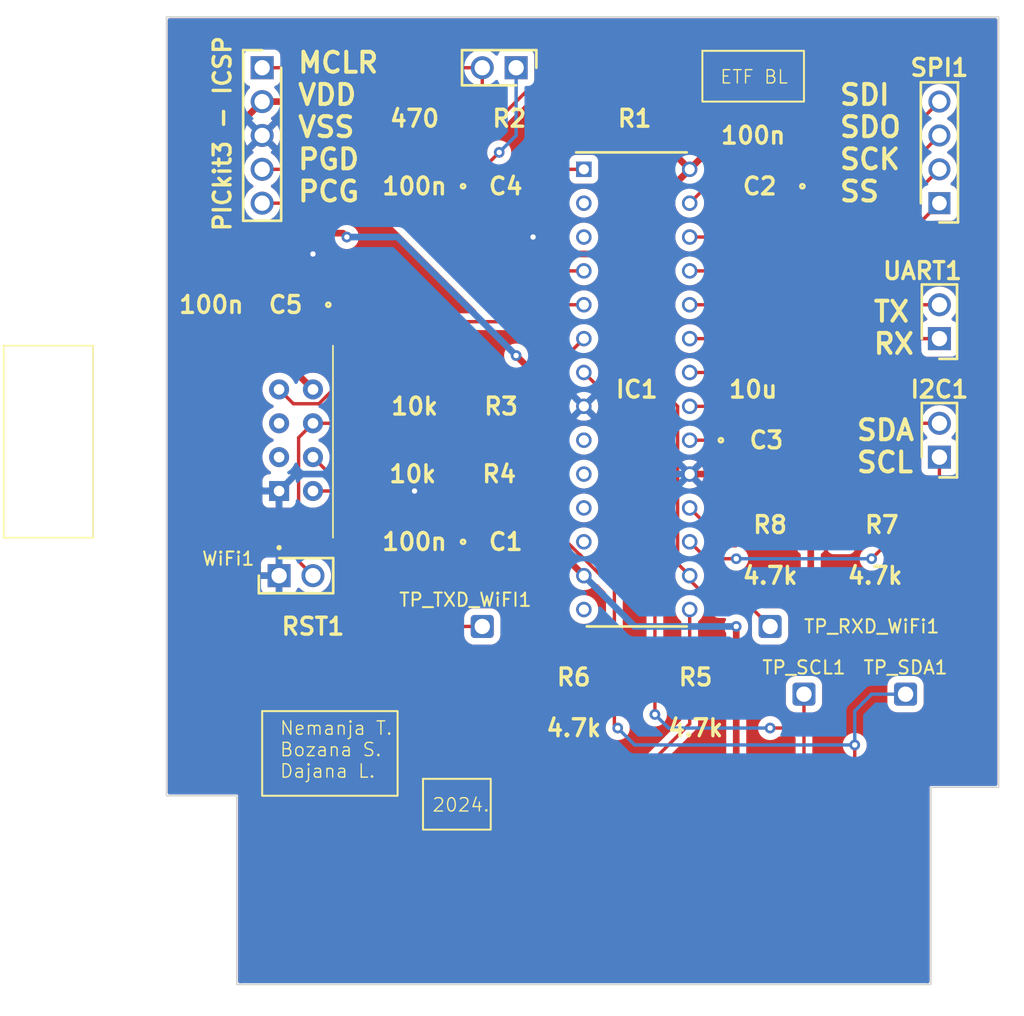
<source format=kicad_pcb>
(kicad_pcb (version 20221018) (generator pcbnew)
  (layers (0 "F.Cu" signal) (31 "B.Cu" signal) (34 "B.Paste" user) (35 "F.Paste" user) (36 "B.SilkS" user "B.Silkscreen") (37 "F.SilkS" user "F.Silkscreen") (38 "B.Mask" user) (39 "F.Mask" user) (44 "Edge.Cuts" user))
  (net 0 "")
  (net 1 "GND")
  (net 2 "VDD")
  (net 3 "Net-(IC1-VSS_2)")
  (net 4 "Net-(IC1-VCAP{slash}VDDCORE)")
  (net 5 "Net-(J19-Pin_1)")
  (net 6 "Net-(IC1-~{MCLR})")
  (net 9 "Net-(IC1-PGD1{slash}EMUD1{slash}AN2{slash}C2IN-{slash}RP0{slash}CN4{slash}RB0)")
  (net 10 "Net-(IC1-PGC1{slash}EMUC1{slash}AN3{slash}C2IN+{slash}RP1{slash}CN5{slash}RB1)")
  (net 11 "Net-(IC1-AN4{slash}C1IN-{slash}RP2{slash}SDA2{slash}CN6{slash}RB2)")
  (net 12 "Net-(IC1-AN5{slash}C1IN+{slash}RP3{slash}SCL2{slash}CN7{slash}RB3)")
  (net 18 "Net-(IC1-PGC3{slash}EMUC3{slash}RP6{slash}ASCL1{slash}CN24{slash}PMD6{slash}RB6)")
  (net 19 "Net-(IC1-RP7{slash}INT0{slash}CN23{slash}PMD5{slash}RB7)")
  (net 20 "/RX")
  (net 21 "/TX")
  (net 22 "/SS")
  (net 23 "/SCK")
  (net 24 "/SDO")
  (net 25 "/SDI")
  (net 26 "Net-(J1-Pin_1)")
  (net 27 "Net-(RST1-Pin_2)")
  (net 28 "Net-(WiFi1-EN)")
  (net 31 "/SCL_1")
  (net 32 "/SDA_1")
  (footprint "RES_10k:RESC6432X120N" (layer "F.Cu") (at 124.46 90.17 180)
    (fp_text reference "R4" (at 0 0) (layer "F.SilkS") (effects (font (size 1.27 1.27) (thickness 0.254))))
    (fp_text value "10k" (at 6.49 0) (layer "F.SilkS") (effects (font (size 1.27 1.27) (thickness 0.254))))
    (pad "1" smd rect (at -2.4 0 180) (size 2.4 3.4) (layers "F.Cu" "F.Paste" "F.Mask") (net 2 "VDD"))
    (pad "2" smd rect (at 2.4 0 180) (size 2.4 3.4) (layers "F.Cu" "F.Paste" "F.Mask") (net 28 "Net-(WiFi1-EN)"))
  )
  (footprint "RES_4k7:RESC6432X65N" (layer "F.Cu") (at 144.78 93.98 180)
    (fp_text reference "R8" (at 0 0) (layer "F.SilkS") (effects (font (size 1.27 1.27) (thickness 0.254))))
    (fp_text value "4.7k" (at 0 -3.81 180) (layer "F.SilkS") (effects (font (size 1.27 1.27) (thickness 0.254))))
    (pad "1" smd rect (at -3.05 0 180) (size 1.1 3.4) (layers "F.Cu" "F.Paste" "F.Mask") (net 2 "VDD"))
    (pad "2" smd rect (at 3.05 0 180) (size 1.1 3.4) (layers "F.Cu" "F.Paste" "F.Mask") (net 32 "/SDA_1"))
  )
  (footprint "PIC24FJ64GA002:DIP794W56P254L3486H508Q28N" (layer "F.Cu") (at 134.779 83.82)
    (fp_text reference "IC1" (at 0 0) (layer "F.SilkS") (effects (font (size 1.27 1.27) (thickness 0.254))))
    (fp_text value "PIC24FJ64GA002-I_SP" hide)
    (fp_line (start -4.548 -17.78) (end 3.746 -17.78) (stroke (width 0.2)) (layer "F.SilkS"))
    (fp_line (start -3.746 17.78) (end 3.746 17.78) (stroke (width 0.2)) (layer "F.SilkS"))
    (pad "1" thru_hole rect (at -3.969 -16.51) (size 1.159 1.159) (drill 0.759) (layers "*.Cu" "*.Mask") (net 6 "Net-(IC1-~{MCLR})"))
    (pad "2" thru_hole circle (at -3.969 -13.97) (size 1.159 1.159) (drill 0.759) (layers "*.Cu" "*.Mask"))
    (pad "3" thru_hole circle (at -3.969 -11.43) (size 1.159 1.159) (drill 0.759) (layers "*.Cu" "*.Mask"))
    (pad "4" thru_hole circle (at -3.969 -8.89) (size 1.159 1.159) (drill 0.759) (layers "*.Cu" "*.Mask") (net 9 "Net-(IC1-PGD1{slash}EMUD1{slash}AN2{slash}C2IN-{slash}RP0{slash}CN4{slash}RB0)"))
    (pad "5" thru_hole circle (at -3.969 -6.35) (size 1.159 1.159) (drill 0.759) (layers "*.Cu" "*.Mask") (net 10 "Net-(IC1-PGC1{slash}EMUC1{slash}AN3{slash}C2IN+{slash}RP1{slash}CN5{slash}RB1)"))
    (pad "6" thru_hole circle (at -3.969 -3.81) (size 1.159 1.159) (drill 0.759) (layers "*.Cu" "*.Mask") (net 11 "Net-(IC1-AN4{slash}C1IN-{slash}RP2{slash}SDA2{slash}CN6{slash}RB2)"))
    (pad "7" thru_hole circle (at -3.969 -1.27) (size 1.159 1.159) (drill 0.759) (layers "*.Cu" "*.Mask") (net 12 "Net-(IC1-AN5{slash}C1IN+{slash}RP3{slash}SCL2{slash}CN7{slash}RB3)"))
    (pad "8" thru_hole circle (at -3.969 1.27) (size 1.159 1.159) (drill 0.759) (layers "*.Cu" "*.Mask") (net 1 "GND"))
    (pad "9" thru_hole circle (at -3.969 3.81) (size 1.159 1.159) (drill 0.759) (layers "*.Cu" "*.Mask"))
    (pad "10" thru_hole circle (at -3.969 6.35) (size 1.159 1.159) (drill 0.759) (layers "*.Cu" "*.Mask"))
    (pad "11" thru_hole circle (at -3.969 8.89) (size 1.159 1.159) (drill 0.759) (layers "*.Cu" "*.Mask"))
    (pad "12" thru_hole circle (at -3.969 11.43) (size 1.159 1.159) (drill 0.759) (layers "*.Cu" "*.Mask"))
    (pad "13" thru_hole circle (at -3.969 13.97) (size 1.159 1.159) (drill 0.759) (layers "*.Cu" "*.Mask") (net 2 "VDD"))
    (pad "14" thru_hole circle (at -3.969 16.51) (size 1.159 1.159) (drill 0.759) (layers "*.Cu" "*.Mask"))
    (pad "15" thru_hole circle (at 3.969 16.51) (size 1.159 1.159) (drill 0.759) (layers "*.Cu" "*.Mask") (net 18 "Net-(IC1-PGC3{slash}EMUC3{slash}RP6{slash}ASCL1{slash}CN24{slash}PMD6{slash}RB6)"))
    (pad "16" thru_hole circle (at 3.969 13.97) (size 1.159 1.159) (drill 0.759) (layers "*.Cu" "*.Mask") (net 19 "Net-(IC1-RP7{slash}INT0{slash}CN23{slash}PMD5{slash}RB7)"))
    (pad "17" thru_hole circle (at 3.969 11.43) (size 1.159 1.159) (drill 0.759) (layers "*.Cu" "*.Mask") (net 31 "/SCL_1"))
    (pad "18" thru_hole circle (at 3.969 8.89) (size 1.159 1.159) (drill 0.759) (layers "*.Cu" "*.Mask") (net 32 "/SDA_1"))
    (pad "19" thru_hole circle (at 3.969 6.35) (size 1.159 1.159) (drill 0.759) (layers "*.Cu" "*.Mask") (net 1 "GND"))
    (pad "20" thru_hole circle (at 3.969 3.81) (size 1.159 1.159) (drill 0.759) (layers "*.Cu" "*.Mask") (net 4 "Net-(IC1-VCAP{slash}VDDCORE)"))
    (pad "21" thru_hole circle (at 3.969 1.27) (size 1.159 1.159) (drill 0.759) (layers "*.Cu" "*.Mask") (net 20 "/RX"))
    (pad "22" thru_hole circle (at 3.969 -1.27) (size 1.159 1.159) (drill 0.759) (layers "*.Cu" "*.Mask") (net 21 "/TX"))
    (pad "23" thru_hole circle (at 3.969 -3.81) (size 1.159 1.159) (drill 0.759) (layers "*.Cu" "*.Mask") (net 22 "/SS"))
    (pad "24" thru_hole circle (at 3.969 -6.35) (size 1.159 1.159) (drill 0.759) (layers "*.Cu" "*.Mask") (net 23 "/SCK"))
    (pad "25" thru_hole circle (at 3.969 -8.89) (size 1.159 1.159) (drill 0.759) (layers "*.Cu" "*.Mask") (net 24 "/SDO"))
    (pad "26" thru_hole circle (at 3.969 -11.43) (size 1.159 1.159) (drill 0.759) (layers "*.Cu" "*.Mask") (net 25 "/SDI"))
    (pad "27" thru_hole circle (at 3.969 -13.97) (size 1.159 1.159) (drill 0.759) (layers "*.Cu" "*.Mask") (net 3 "Net-(IC1-VSS_2)"))
    (pad "28" thru_hole circle (at 3.969 -16.51) (size 1.159 1.159) (drill 0.759) (layers "*.Cu" "*.Mask") (net 2 "VDD"))
  )
  (footprint "RES_4k7:RESC6432X65N" (layer "F.Cu") (at 153.16 93.98)
    (fp_text reference "R7" (at 0 0) (layer "F.SilkS") (effects (font (size 1.27 1.27) (thickness 0.254))))
    (fp_text value "4.7k" (at -0.51 3.81) (layer "F.SilkS") (effects (font (size 1.27 1.27) (thickness 0.254))))
    (pad "1" smd rect (at -3.05 0) (size 1.1 3.4) (layers "F.Cu" "F.Paste" "F.Mask") (net 2 "VDD"))
    (pad "2" smd rect (at 3.05 0) (size 1.1 3.4) (layers "F.Cu" "F.Paste" "F.Mask") (net 31 "/SCL_1"))
  )
  (footprint "Connector_Wire:SolderWire-0.1sqmm_1x01_D0.4mm_OD1mm" (layer "F.Cu") (at 144.78 101.6)
    (fp_text reference "TP_RXD_WiFi1" (at 7.62 0) (layer "F.SilkS"))
    (fp_text value "Conn_01x01_Pin" hide)
    (pad "1" thru_hole roundrect (at 0 0) (size 1.725 1.725) (drill 1.15) (layers "*.Cu" "*.Mask") (roundrect_rratio 0.15625) (net 19 "Net-(IC1-RP7{slash}INT0{slash}CN23{slash}PMD5{slash}RB7)"))
  )
  (footprint "P_4_HEADER:HDRV4W64P0X254_1X4_1016X254X889P" (layer "F.Cu") (at 157.48 69.85 90)
    (fp_text reference "SPI1" (at 10.16 0 180) (layer "F.SilkS") (effects (font (size 1.27 1.27) (thickness 0.254))))
    (fp_text value "Conn_01x04_Pin" hide)
    (fp_line (start -1.445 0) (end -1.445 1.395) (stroke (width 0.2)) (layer "F.SilkS"))
    (fp_line (start -1.445 1.395) (end 9.065 1.395) (stroke (width 0.2)) (layer "F.SilkS"))
    (fp_line (start 9.065 -1.395) (end 0 -1.395) (stroke (width 0.2)) (layer "F.SilkS"))
    (fp_line (start 9.065 1.395) (end 9.065 -1.395) (stroke (width 0.2)) (layer "F.SilkS"))
    (pad "1" thru_hole rect (at 0 0 90) (size 1.65 1.65) (drill 1.1) (layers "*.Cu" "*.Mask") (net 22 "/SS"))
    (pad "2" thru_hole circle (at 2.54 0 90) (size 1.65 1.65) (drill 1.1) (layers "*.Cu" "*.Mask") (net 23 "/SCK"))
    (pad "3" thru_hole circle (at 5.08 0 90) (size 1.65 1.65) (drill 1.1) (layers "*.Cu" "*.Mask") (net 24 "/SDO"))
    (pad "4" thru_hole circle (at 7.62 0 90) (size 1.65 1.65) (drill 1.1) (layers "*.Cu" "*.Mask") (net 25 "/SDI"))
  )
  (footprint "CAP_0.1uF:C1812" (layer "F.Cu") (at 144 68.58 180)
    (fp_text reference "C2" (at 0 0) (layer "F.SilkS") (effects (font (size 1.27 1.27) (thickness 0.254))))
    (fp_text value "100n" (at 0.49 3.81 180) (layer "F.SilkS") (effects (font (size 1.27 1.27) (thickness 0.254))))
    (fp_circle (center -3.2 0) (end -3.2 0.05) (stroke (width 0.2)) (fill none) (layer "F.SilkS"))
    (pad "1" smd rect (at -2.05 0 180) (size 1.4 3.5) (layers "F.Cu" "F.Paste" "F.Mask") (net 2 "VDD"))
    (pad "2" smd rect (at 2.05 0 180) (size 1.4 3.5) (layers "F.Cu" "F.Paste" "F.Mask") (net 3 "Net-(IC1-VSS_2)"))
  )
  (footprint "RES_10k:RESC6432X120N" (layer "F.Cu") (at 124.6 85.09 180)
    (fp_text reference "R3" (at 0 0) (layer "F.SilkS") (effects (font (size 1.27 1.27) (thickness 0.254))))
    (fp_text value "10k" (at 6.49 0) (layer "F.SilkS") (effects (font (size 1.27 1.27) (thickness 0.254))))
    (pad "1" smd rect (at -2.4 0 180) (size 2.4 3.4) (layers "F.Cu" "F.Paste" "F.Mask") (net 2 "VDD"))
    (pad "2" smd rect (at 2.4 0 180) (size 2.4 3.4) (layers "F.Cu" "F.Paste" "F.Mask") (net 27 "Net-(RST1-Pin_2)"))
  )
  (footprint "P_2_HEADER:HDRV2W66P0X254_1X2_508X254X874P" (layer "F.Cu") (at 157.48 88.9 90)
    (fp_text reference "I2C1" (at 5.08 0 180) (layer "F.SilkS") (effects (font (size 1.27 1.27) (thickness 0.254))))
    (fp_text value "Conn_01x02_Pin" hide)
    (fp_line (start -1.52 0) (end -1.52 1.32) (stroke (width 0.2)) (layer "F.SilkS"))
    (fp_line (start -1.52 1.32) (end 4.06 1.32) (stroke (width 0.2)) (layer "F.SilkS"))
    (fp_line (start 4.06 -1.32) (end 0 -1.32) (stroke (width 0.2)) (layer "F.SilkS"))
    (fp_line (start 4.06 1.32) (end 4.06 -1.32) (stroke (width 0.2)) (layer "F.SilkS"))
    (pad "1" thru_hole rect (at 0 0 90) (size 1.725 1.725) (drill 1.15) (layers "*.Cu" "*.Mask") (net 31 "/SCL_1"))
    (pad "2" thru_hole circle (at 2.54 0 90) (size 1.725 1.725) (drill 1.15) (layers "*.Cu" "*.Mask") (net 32 "/SDA_1"))
  )
  (footprint "RES_4k7:RESC6432X65N" (layer "F.Cu") (at 139.19 105.41 180)
    (fp_text reference "R5" (at 0 0) (layer "F.SilkS") (effects (font (size 1.27 1.27) (thickness 0.254))))
    (fp_text value "4.7k" (at 0 -3.81) (layer "F.SilkS") (effects (font (size 1.27 1.27) (thickness 0.254))))
    (pad "1" smd rect (at -3.05 0 180) (size 1.1 3.4) (layers "F.Cu" "F.Paste" "F.Mask") (net 2 "VDD"))
    (pad "2" smd rect (at 3.05 0 180) (size 1.1 3.4) (layers "F.Cu" "F.Paste" "F.Mask") (net 12 "Net-(IC1-AN5{slash}C1IN+{slash}RP3{slash}SCL2{slash}CN7{slash}RB3)"))
  )
  (footprint "CAP_0.1uF:C1812" (layer "F.Cu") (at 124.95 68.58)
    (fp_text reference "C4" (at 0 0) (layer "F.SilkS") (effects (font (size 1.27 1.27) (thickness 0.254))))
    (fp_text value "100n" (at -6.84 0) (layer "F.SilkS") (effects (font (size 1.27 1.27) (thickness 0.254))))
    (fp_circle (center -3.2 0) (end -3.2 0.05) (stroke (width 0.2)) (fill none) (layer "F.SilkS"))
    (pad "1" smd rect (at -2.05 0) (size 1.4 3.5) (layers "F.Cu" "F.Paste" "F.Mask") (net 5 "Net-(J19-Pin_1)"))
    (pad "2" smd rect (at 2.05 0) (size 1.4 3.5) (layers "F.Cu" "F.Paste" "F.Mask") (net 1 "GND"))
  )
  (footprint "RES_4k7:RESC6432X65N" (layer "F.Cu") (at 130.05 105.41)
    (fp_text reference "R6" (at 0 0) (layer "F.SilkS") (effects (font (size 1.27 1.27) (thickness 0.254))))
    (fp_text value "4.7k" (at 0 3.81) (layer "F.SilkS") (effects (font (size 1.27 1.27) (thickness 0.254))))
    (pad "1" smd rect (at -3.05 0) (size 1.1 3.4) (layers "F.Cu" "F.Paste" "F.Mask") (net 2 "VDD"))
    (pad "2" smd rect (at 3.05 0) (size 1.1 3.4) (layers "F.Cu" "F.Paste" "F.Mask") (net 11 "Net-(IC1-AN4{slash}C1IN-{slash}RP2{slash}SDA2{slash}CN6{slash}RB2)"))
  )
  (footprint "Connector_Wire:SolderWire-0.1sqmm_1x01_D0.4mm_OD1mm" (layer "F.Cu") (at 147.32 106.68)
    (fp_text reference "TP_SCL1" (at 0 -2) (layer "F.SilkS"))
    (fp_text value "Conn_01x01_Pin" hide)
    (pad "1" thru_hole roundrect (at 0 0) (size 1.725 1.725) (drill 1.15) (layers "*.Cu" "*.Mask") (roundrect_rratio 0.15625) (net 12 "Net-(IC1-AN5{slash}C1IN+{slash}RP3{slash}SCL2{slash}CN7{slash}RB3)"))
  )
  (footprint "CAP_0.1uF:C1812" (layer "F.Cu") (at 108.44 77.47 180)
    (fp_text reference "C5" (at 0 0 180) (layer "F.SilkS") (effects (font (size 1.27 1.27) (thickness 0.254))))
    (fp_text value "100n" (at 5.57 0) (layer "F.SilkS") (effects (font (size 1.27 1.27) (thickness 0.254))))
    (fp_circle (center -3.2 0) (end -3.2 0.05) (stroke (width 0.2)) (fill none) (layer "F.SilkS"))
    (pad "1" smd rect (at -2.05 0 180) (size 1.4 3.5) (layers "F.Cu" "F.Paste" "F.Mask") (net 1 "GND"))
    (pad "2" smd rect (at 2.05 0 180) (size 1.4 3.5) (layers "F.Cu" "F.Paste" "F.Mask") (net 2 "VDD"))
  )
  (footprint "CAP_0.1uF:C1812" (layer "F.Cu") (at 124.95 95.25)
    (fp_text reference "C1" (at 0 0) (layer "F.SilkS") (effects (font (size 1.27 1.27) (thickness 0.254))))
    (fp_text value "100n" (at -6.84 0) (layer "F.SilkS") (effects (font (size 1.27 1.27) (thickness 0.254))))
    (fp_circle (center -3.2 0) (end -3.2 0.05) (stroke (width 0.2)) (fill none) (layer "F.SilkS"))
    (pad "1" smd rect (at -2.05 0) (size 1.4 3.5) (layers "F.Cu" "F.Paste" "F.Mask") (net 1 "GND"))
    (pad "2" smd rect (at 2.05 0) (size 1.4 3.5) (layers "F.Cu" "F.Paste" "F.Mask") (net 2 "VDD"))
  )
  (footprint "P_2_HEADER:HDRV2W66P0X254_1X2_508X254X874P" (layer "F.Cu") (at 107.95 97.79)
    (fp_text reference "RST1" (at 2.54 3.81) (layer "F.SilkS") (effects (font (size 1.27 1.27) (thickness 0.254))))
    (fp_text value "Conn_01x02_Pin" hide)
    (fp_line (start -1.52 0) (end -1.52 1.32) (stroke (width 0.2)) (layer "F.SilkS"))
    (fp_line (start -1.52 1.32) (end 4.06 1.32) (stroke (width 0.2)) (layer "F.SilkS"))
    (fp_line (start 4.06 -1.32) (end 0 -1.32) (stroke (width 0.2)) (layer "F.SilkS"))
    (fp_line (start 4.06 1.32) (end 4.06 -1.32) (stroke (width 0.2)) (layer "F.SilkS"))
    (pad "1" thru_hole rect (at 0 0) (size 1.725 1.725) (drill 1.15) (layers "*.Cu" "*.Mask") (net 1 "GND"))
    (pad "2" thru_hole circle (at 2.54 0) (size 1.725 1.725) (drill 1.15) (layers "*.Cu" "*.Mask") (net 27 "Net-(RST1-Pin_2)"))
  )
  (footprint "Connector_Wire:SolderWire-0.1sqmm_1x01_D0.4mm_OD1mm" (layer "F.Cu") (at 154.94 106.68)
    (fp_text reference "TP_SDA1" (at 0 -2) (layer "F.SilkS"))
    (fp_text value "Conn_01x01_Pin" hide)
    (pad "1" thru_hole roundrect (at 0 0) (size 1.725 1.725) (drill 1.15) (layers "*.Cu" "*.Mask") (roundrect_rratio 0.15625) (net 11 "Net-(IC1-AN4{slash}C1IN-{slash}RP2{slash}SDA2{slash}CN6{slash}RB2)"))
  )
  (footprint "P_5_HEADER:HDRV5W67P0X254_1X5_1229X234X821P" (layer "F.Cu") (at 106.68 59.69 -90)
    (fp_text reference "J1" hide)
    (fp_text value "PICkit3 - ICSP" (at 4.94 2.985 90) (layer "F.SilkS") (effects (font (size 1.27 1.27) (thickness 0.254))))
    (fp_line (start -1.32 0) (end -1.32 1.425) (stroke (width 0.2)) (layer "F.SilkS"))
    (fp_line (start -1.32 1.425) (end 11.48 1.425) (stroke (width 0.2)) (layer "F.SilkS"))
    (fp_line (start 11.48 -1.425) (end 0 -1.425) (stroke (width 0.2)) (layer "F.SilkS"))
    (fp_line (start 11.48 1.425) (end 11.48 -1.425) (stroke (width 0.2)) (layer "F.SilkS"))
    (pad "1" thru_hole rect (at 0 0 270) (size 1.725 1.725) (drill 1.15) (layers "*.Cu" "*.Mask") (net 26 "Net-(J1-Pin_1)"))
    (pad "2" thru_hole circle (at 2.54 0 270) (size 1.725 1.725) (drill 1.15) (layers "*.Cu" "*.Mask") (net 2 "VDD"))
    (pad "3" thru_hole circle (at 5.08 0 270) (size 1.725 1.725) (drill 1.15) (layers "*.Cu" "*.Mask") (net 1 "GND"))
    (pad "4" thru_hole circle (at 7.62 0 270) (size 1.725 1.725) (drill 1.15) (layers "*.Cu" "*.Mask") (net 9 "Net-(IC1-PGD1{slash}EMUD1{slash}AN2{slash}C2IN-{slash}RP0{slash}CN4{slash}RB0)"))
    (pad "5" thru_hole circle (at 10.16 0 270) (size 1.725 1.725) (drill 1.15) (layers "*.Cu" "*.Mask") (net 10 "Net-(IC1-PGC1{slash}EMUC1{slash}AN3{slash}C2IN+{slash}RP1{slash}CN5{slash}RB1)"))
  )
  (footprint "P_2_HEADER:HDRV2W66P0X254_1X2_508X254X874P" (layer "F.Cu") (at 125.73 59.69 180)
    (fp_text reference "J19" hide)
    (fp_text value "Conn_01x02_Pin" hide)
    (fp_line (start -1.52 0) (end -1.52 1.32) (stroke (width 0.2)) (layer "F.SilkS"))
    (fp_line (start -1.52 1.32) (end 4.06 1.32) (stroke (width 0.2)) (layer "F.SilkS"))
    (fp_line (start 4.06 -1.32) (end 0 -1.32) (stroke (width 0.2)) (layer "F.SilkS"))
    (fp_line (start 4.06 1.32) (end 4.06 -1.32) (stroke (width 0.2)) (layer "F.SilkS"))
    (pad "1" thru_hole rect (at 0 0 180) (size 1.725 1.725) (drill 1.15) (layers "*.Cu" "*.Mask") (net 5 "Net-(J19-Pin_1)"))
    (pad "2" thru_hole circle (at 2.54 0 180) (size 1.725 1.725) (drill 1.15) (layers "*.Cu" "*.Mask") (net 26 "Net-(J1-Pin_1)"))
  )
  (footprint "Edge_Connector_Library:Edge_Connector" (layer "F.Cu") (at 104.775 128.27)
    (fp_text reference "U1" hide)
    (fp_text value "~" hide)
    (pad "1" smd roundrect (at 1.27 -2.54) (size 0.8 5) (layers "F.Cu" "F.Paste" "F.Mask"))
    (pad "2" smd roundrect (at 4.445 -2.58) (size 4.61 5) (layers "F.Cu" "F.Paste" "F.Mask"))
    (pad "3" smd roundrect (at 7.62 -2.58) (size 0.8 5) (layers "F.Cu" "F.Paste" "F.Mask"))
    (pad "4" smd roundrect (at 8.89 -2.58) (size 0.8 5) (layers "F.Cu" "F.Paste" "F.Mask"))
    (pad "5" smd roundrect (at 10.16 -2.58) (size 0.8 5) (layers "F.Cu" "F.Paste" "F.Mask"))
    (pad "6" smd roundrect (at 11.43 -2.58) (size 0.8 5) (layers "F.Cu" "F.Paste" "F.Mask"))
    (pad "7" smd roundrect (at 14.605 -2.58) (size 4.61 5) (layers "F.Cu" "F.Paste" "F.Mask"))
    (pad "8" smd roundrect (at 17.78 -2.58) (size 0.8 5) (layers "F.Cu" "F.Paste" "F.Mask"))
    (pad "9" smd roundrect (at 19.05 -2.58) (size 0.8 5) (layers "F.Cu" "F.Paste" "F.Mask"))
    (pad "10" smd roundrect (at 20.32 -2.58) (size 0.8 5) (layers "F.Cu" "F.Paste" "F.Mask"))
    (pad "11" smd roundrect (at 21.59 -2.58) (size 0.8 5) (layers "F.Cu" "F.Paste" "F.Mask"))
    (pad "12" smd roundrect (at 22.86 -2.58) (size 0.8 5) (layers "F.Cu" "F.Paste" "F.Mask"))
    (pad "13" smd roundrect (at 26.035 -2.58) (size 4.61 5) (layers "F.Cu" "F.Paste" "F.Mask"))
    (pad "14" smd roundrect (at 29.21 -2.58) (size 0.8 5) (layers "F.Cu" "F.Paste" "F.Mask"))
    (pad "15" smd roundrect (at 30.48 -2.58) (size 0.8 5) (layers "F.Cu" "F.Paste" "F.Mask"))
    (pad "16" smd roundrect (at 31.75 -2.58) (size 0.8 5) (layers "F.Cu" "F.Paste" "F.Mask"))
    (pad "17" smd roundrect (at 33.02 -2.58) (size 0.8 5) (layers "F.Cu" "F.Paste" "F.Mask"))
    (pad "18" smd roundrect (at 34.29 -2.58) (size 0.8 5) (layers "F.Cu" "F.Paste" "F.Mask"))
    (pad "19" smd roundrect (at 37.465 -2.58) (size 4.61 5) (layers "F.Cu" "F.Paste" "F.Mask") (net 2 "VDD"))
    (pad "20" smd roundrect (at 40.64 -2.58) (size 0.8 5) (layers "F.Cu" "F.Paste" "F.Mask"))
    (pad "21" smd roundrect (at 41.91 -2.58) (size 0.8 5) (layers "F.Cu" "F.Paste" "F.Mask") (net 12 "Net-(IC1-AN5{slash}C1IN+{slash}RP3{slash}SCL2{slash}CN7{slash}RB3)"))
    (pad "22" smd roundrect (at 43.18 -2.58) (size 0.8 5) (layers "F.Cu" "F.Paste" "F.Mask") (net 11 "Net-(IC1-AN4{slash}C1IN-{slash}RP2{slash}SDA2{slash}CN6{slash}RB2)"))
    (pad "23" smd roundrect (at 44.45 -2.58) (size 0.8 5) (layers "F.Cu" "F.Paste" "F.Mask"))
    (pad "24" smd roundrect (at 47.625 -2.58) (size 4.61 5) (layers "F.Cu" "F.Paste" "F.Mask") (net 1 "GND"))
    (pad "25" smd roundrect (at 50.8 -2.58) (size 0.8 5) (layers "F.Cu" "F.Paste" "F.Mask"))
  )
  (footprint "P_2_HEADER:HDRV2W66P0X254_1X2_508X254X874P" (layer "F.Cu") (at 157.48 80.01 90)
    (fp_text reference "UART1" (at 5.08 -1.27 180) (layer "F.SilkS") (effects (font (size 1.27 1.27) (thickness 0.254))))
    (fp_text value "Conn_01x02_Pin" hide)
    (fp_line (start -1.52 0) (end -1.52 1.32) (stroke (width 0.2)) (layer "F.SilkS"))
    (fp_line (start -1.52 1.32) (end 4.06 1.32) (stroke (width 0.2)) (layer "F.SilkS"))
    (fp_line (start 4.06 -1.32) (end 0 -1.32) (stroke (width 0.2)) (layer "F.SilkS"))
    (fp_line (start 4.06 1.32) (end 4.06 -1.32) (stroke (width 0.2)) (layer "F.SilkS"))
    (pad "1" thru_hole rect (at 0 0 90) (size 1.725 1.725) (drill 1.15) (layers "*.Cu" "*.Mask") (net 20 "/RX"))
    (pad "2" thru_hole circle (at 2.54 0 90) (size 1.725 1.725) (drill 1.15) (layers "*.Cu" "*.Mask") (net 21 "/TX"))
  )
  (footprint "RES_10k:RESC6432X120N" (layer "F.Cu") (at 134.62 63.5 180)
    (fp_text reference "R1" (at 0 0) (layer "F.SilkS") (effects (font (size 1.27 1.27) (thickness 0.254))))
    (fp_text value "10k" hide)
    (pad "1" smd rect (at -2.4 0 180) (size 2.4 3.4) (layers "F.Cu" "F.Paste" "F.Mask") (net 2 "VDD"))
    (pad "2" smd rect (at 2.4 0 180) (size 2.4 3.4) (layers "F.Cu" "F.Paste" "F.Mask") (net 26 "Net-(J1-Pin_1)"))
  )
  (footprint "CAP_10uF:C1812" (layer "F.Cu") (at 144.29 87.63)
    (fp_text reference "C3" (at 0.21 0) (layer "F.SilkS") (effects (font (size 1.27 1.27) (thickness 0.254))))
    (fp_text value "10u" (at -0.78 -3.81) (layer "F.SilkS") (effects (font (size 1.27 1.27) (thickness 0.254))))
    (fp_circle (center -3.2 0) (end -3.2 0.05) (stroke (width 0.2)) (fill none) (layer "F.SilkS"))
    (pad "1" smd rect (at -2.05 0) (size 1.4 3.5) (layers "F.Cu" "F.Paste" "F.Mask") (net 4 "Net-(IC1-VCAP{slash}VDDCORE)"))
    (pad "2" smd rect (at 2.05 0) (size 1.4 3.5) (layers "F.Cu" "F.Paste" "F.Mask") (net 1 "GND"))
  )
  (footprint "Connector_Wire:SolderWire-0.1sqmm_1x01_D0.4mm_OD1mm" (layer "F.Cu") (at 123.19 101.6)
    (fp_text reference "TP_TXD_WiFI1" (at -1.27 -2) (layer "F.SilkS"))
    (fp_text value "Conn_01x01_Pin" hide)
    (pad "1" thru_hole roundrect (at 0 0) (size 1.725 1.725) (drill 1.15) (layers "*.Cu" "*.Mask") (roundrect_rratio 0.15625) (net 18 "Net-(IC1-PGC3{slash}EMUC3{slash}RP6{slash}ASCL1{slash}CN24{slash}PMD6{slash}RB6)"))
  )
  (footprint "WiFi:XCVR_ESP8266-01_ESP-01" (layer "F.Cu") (at 99.64 87.63 90)
    (fp_text reference "WiFi1" (at -8.89 4.5 180) (layer "F.SilkS"))
    (fp_text value "ESP8266-01_ESP-01" hide)
    (fp_line (start -7.31 -12.35) (end 7.09 -12.35) (stroke (width 0.127)) (layer "F.SilkS"))
    (fp_line (start -7.31 -5.65) (end -7.31 -12.35) (stroke (width 0.127)) (layer "F.SilkS"))
    (fp_line (start 7.09 -12.35) (end 7.09 -5.65) (stroke (width 0.127)) (layer "F.SilkS"))
    (fp_line (start 7.09 -5.65) (end -7.31 -5.65) (stroke (width 0.127)) (layer "F.SilkS"))
    (fp_line (start 7.09 12.35) (end -7.31 12.35) (stroke (width 0.127)) (layer "F.SilkS"))
    (fp_circle (center -8.06 8.31) (end -7.96 8.31) (stroke (width 0.2)) (fill none) (layer "F.SilkS"))
    (pad "1" thru_hole rect (at -3.81 8.31 90) (size 1.5 1.5) (drill 0.8) (layers "*.Cu" "*.Mask") (net 1 "GND"))
    (pad "2" thru_hole circle (at -1.27 8.31 90) (size 1.5 1.5) (drill 0.8) (layers "*.Cu" "*.Mask"))
    (pad "3" thru_hole circle (at 1.27 8.31 90) (size 1.5 1.5) (drill 0.8) (layers "*.Cu" "*.Mask"))
    (pad "4" thru_hole circle (at 3.81 8.31 90) (size 1.5 1.5) (drill 0.8) (layers "*.Cu" "*.Mask") (net 19 "Net-(IC1-RP7{slash}INT0{slash}CN23{slash}PMD5{slash}RB7)"))
    (pad "5" thru_hole circle (at -3.81 10.85 90) (size 1.5 1.5) (drill 0.8) (layers "*.Cu" "*.Mask") (net 18 "Net-(IC1-PGC3{slash}EMUC3{slash}RP6{slash}ASCL1{slash}CN24{slash}PMD6{slash}RB6)"))
    (pad "6" thru_hole circle (at -1.27 10.85 90) (size 1.5 1.5) (drill 0.8) (layers "*.Cu" "*.Mask") (net 28 "Net-(WiFi1-EN)"))
    (pad "7" thru_hole circle (at 1.27 10.85 90) (size 1.5 1.5) (drill 0.8) (layers "*.Cu" "*.Mask") (net 27 "Net-(RST1-Pin_2)"))
    (pad "8" thru_hole circle (at 3.81 10.85 90) (size 1.5 1.5) (drill 0.8) (layers "*.Cu" "*.Mask") (net 2 "VDD"))
    (zone (net 0) (net_name "") (layer "F.Cu") (connect_pads (clearance 0)) (min_thickness 0.01)
      (keepout (tracks not_allowed) (vias not_allowed) (pads not_allowed) (copperpour not_allowed) (footprints allowed))
      (fill (thermal_gap 0.508) (thermal_bridge_width 0.508))
      (polygon (pts (xy 87.29 94.94) (xy 87.29 80.54) (xy 93.99 80.54) (xy 93.99 94.94)))
    )
  )
  (footprint "RES_470:RESC6332X65N" (layer "F.Cu") (at 125.22 63.5)
    (fp_text reference "R2" (at 0 0) (layer "F.SilkS") (effects (font (size 1.27 1.27) (thickness 0.254))))
    (fp_text value "470" (at -7.11 0) (layer "F.SilkS") (effects (font (size 1.27 1.27) (thickness 0.254))))
    (pad "1" smd rect (at -3.05 0) (size 1.15 3.4) (layers "F.Cu" "F.Paste" "F.Mask") (net 26 "Net-(J1-Pin_1)"))
    (pad "2" smd rect (at 3.05 0) (size 1.15 3.4) (layers "F.Cu" "F.Paste" "F.Mask") (net 6 "Net-(IC1-~{MCLR})"))
  )
  (gr_rect (start 106.68 107.95) (end 116.84 114.3) (stroke (width 0.15)) (fill none) (layer "F.SilkS"))
  (gr_rect (start 139.7 58.42) (end 147.32 62.23) (stroke (width 0.15)) (fill none) (layer "F.SilkS"))
  (gr_rect (start 118.745 113.03) (end 123.825 116.84) (stroke (width 0.15)) (fill none) (layer "F.SilkS"))
  (gr_line (start 156.845 113.665) (end 156.845 128.46) (stroke (width 0.1)) (layer "Edge.Cuts"))
  (gr_line (start 156.845 128.46) (end 104.775 128.46) (stroke (width 0.1)) (layer "Edge.Cuts"))
  (gr_line (start 161.29 55.88) (end 161.925 55.88) (stroke (width 0.1)) (layer "Edge.Cuts"))
  (gr_line (start 161.925 55.88) (end 161.925 113.665) (stroke (width 0.1)) (layer "Edge.Cuts"))
  (gr_line (start 104.775 128.46) (end 104.775 114.3) (stroke (width 0.1)) (layer "Edge.Cuts"))
  (gr_line (start 104.775 114.3) (end 99.5 114.3) (stroke (width 0.1)) (layer "Edge.Cuts"))
  (gr_line (start 161.925 113.665) (end 156.845 113.665) (stroke (width 0.1)) (layer "Edge.Cuts"))
  (gr_line (start 161.29 55.88) (end 99.5 55.88) (stroke (width 0.1)) (layer "Edge.Cuts"))
  (gr_line (start 99.5 114.3) (end 99.5 55.88) (stroke (width 0.1)) (layer "Edge.Cuts"))
  (gr_text "SDA\nSCL" (at 151.13 90.17) (layer "F.SilkS") (effects (font (size 1.5 1.5) (thickness 0.3) bold) (justify left bottom)))
  (gr_text "2024." (at 119.38 115.57) (layer "F.SilkS") (effects (font (size 1 1) (thickness 0.1)) (justify left bottom)))
  (gr_text "SDI\nSDO\nSCK\nSS" (at 149.86 69.85) (layer "F.SilkS") (effects (font (size 1.5 1.5) (thickness 0.3) bold) (justify left bottom)))
  (gr_text "Nemanja T.\nBozana S.\nDajana L." (at 107.95 113.03) (layer "F.SilkS") (effects (font (size 1 1) (thickness 0.1)) (justify left bottom)))
  (gr_text "ETF BL" (at 140.97 60.96) (layer "F.SilkS") (effects (font (size 1 1) (thickness 0.1)) (justify left bottom)))
  (gr_text "TX\nRX" (at 152.4 81.28) (layer "F.SilkS") (effects (font (size 1.5 1.5) (thickness 0.3) bold) (justify left bottom)))
  (gr_text "MCLR\nVDD\nVSS\nPGD\nPCG" (at 109.22 69.85) (layer "F.SilkS") (effects (font (size 1.5 1.5) (thickness 0.3) bold) (justify left bottom)))
  (segment (start 152.4 113.03) (end 160.02 105.41) (width 0.5) (layer "F.Cu") (net 1))
  (segment (start 158.75 82.55) (end 153.67 82.55) (width 0.5) (layer "F.Cu") (net 1))
  (segment (start 110.49 77.47) (end 110.49 73.66) (width 0.5) (layer "F.Cu") (net 1))
  (segment (start 152.4 125.5) (end 152.4 113.03) (width 0.5) (layer "F.Cu") (net 1))
  (segment (start 127 68.58) (end 127 72.39) (width 0.5) (layer "F.Cu") (net 1))
  (segment (start 153.67 82.55) (end 148.59 87.63) (width 0.5) (layer "F.Cu") (net 1))
  (segment (start 148.59 87.63) (end 146.34 87.63) (width 0.5) (layer "F.Cu") (net 1))
  (segment (start 143.51 90.17) (end 138.748 90.17) (width 0.5) (layer "F.Cu") (net 1))
  (segment (start 119.38 95.25) (end 118.11 93.98) (width 0.5) (layer "F.Cu") (net 1))
  (segment (start 146.05 87.63) (end 143.51 90.17) (width 0.5) (layer "F.Cu") (net 1))
  (segment (start 160.02 83.82) (end 158.75 82.55) (width 0.5) (layer "F.Cu") (net 1))
  (segment (start 118.11 93.98) (end 118.11 91.44) (width 0.5) (layer "F.Cu") (net 1))
  (segment (start 146.34 87.63) (end 146.05 87.63) (width 0.254) (layer "F.Cu") (net 1))
  (segment (start 122.9 95.25) (end 119.38 95.25) (width 0.5) (layer "F.Cu") (net 1))
  (segment (start 160.02 105.41) (end 160.02 83.82) (width 0.5) (layer "F.Cu") (net 1))
  (via (at 118.11 91.44) (size 0.8) (drill 0.4) (layers "F.Cu" "B.Cu") (net 1))
  (via (at 110.49 73.66) (size 0.8) (drill 0.4) (layers "F.Cu" "B.Cu") (net 1))
  (via (at 127 72.39) (size 0.8) (drill 0.4) (layers "F.Cu" "B.Cu") (net 1))
  (segment (start 104.14 67.31) (end 104.14 88.9) (width 0.5) (layer "B.Cu") (net 1))
  (segment (start 116.84 90.17) (end 109.22 90.17) (width 0.5) (layer "B.Cu") (net 1))
  (segment (start 109.22 90.17) (end 107.95 91.44) (width 0.5) (layer "B.Cu") (net 1))
  (segment (start 130.81 85.09) (end 124.46 91.44) (width 0.5) (layer "B.Cu") (net 1))
  (segment (start 127 81.28) (end 130.81 85.09) (width 0.5) (layer "B.Cu") (net 1))
  (segment (start 127 72.39) (end 127 81.28) (width 0.5) (layer "B.Cu") (net 1))
  (segment (start 138.748 90.17) (end 135.89 90.17) (width 0.5) (layer "B.Cu") (net 1))
  (segment (start 118.11 91.44) (end 116.84 90.17) (width 0.5) (layer "B.Cu") (net 1))
  (segment (start 106.68 64.77) (end 110.49 68.58) (width 0.5) (layer "B.Cu") (net 1))
  (segment (start 106.68 64.77) (end 104.14 67.31) (width 0.5) (layer "B.Cu") (net 1))
  (segment (start 110.49 73.66) (end 110.49 68.58) (width 0.5) (layer "B.Cu") (net 1))
  (segment (start 124.46 91.44) (end 118.11 91.44) (width 0.5) (layer "B.Cu") (net 1))
  (segment (start 106.68 91.44) (end 107.95 91.44) (width 0.5) (layer "B.Cu") (net 1))
  (segment (start 135.89 90.17) (end 130.81 85.09) (width 0.5) (layer "B.Cu") (net 1))
  (segment (start 107.95 91.44) (end 107.95 97.79) (width 0.5) (layer "B.Cu") (net 1))
  (segment (start 104.14 88.9) (end 106.68 91.44) (width 0.5) (layer "B.Cu") (net 1))
  (segment (start 106.39 72.1) (end 102.87 68.58) (width 0.5) (layer "F.Cu") (net 2))
  (segment (start 142.24 124.46) (end 142.24 105.41) (width 0.5) (layer "F.Cu") (net 2))
  (segment (start 127 95.25) (end 128.27 95.25) (width 0.5) (layer "F.Cu") (net 2))
  (segment (start 102.87 68.58) (end 102.87 66.04) (width 0.5) (layer "F.Cu") (net 2))
  (segment (start 144.78 105.41) (end 142.24 105.41) (width 0.5) (layer "F.Cu") (net 2))
  (segment (start 132.398 73.66) (end 138.748 67.31) (width 0.5) (layer "F.Cu") (net 2))
  (segment (start 110.49 83.82) (end 107.95 81.28) (width 0.5) (layer "F.Cu") (net 2))
  (segment (start 127 90.31) (end 126.86 90.17) (width 0.254) (layer "F.Cu") (net 2))
  (segment (start 102.87 66.04) (end 106.68 62.23) (width 0.5) (layer "F.Cu") (net 2))
  (segment (start 137.02 65.582) (end 138.748 67.31) (width 0.5) (layer "F.Cu") (net 2))
  (segment (start 137.02 63.5) (end 137.02 65.582) (width 0.5) (layer "F.Cu") (net 2))
  (segment (start 127 90.03) (end 126.86 90.17) (width 0.254) (layer "F.Cu") (net 2))
  (segment (start 147.83 93.98) (end 147.83 102.36) (width 0.5) (layer "F.Cu") (net 2))
  (segment (start 127 82.55) (end 125.73 81.28) (width 0.5) (layer "F.Cu") (net 2))
  (segment (start 142.24 105.41) (end 142.24 101.6) (width 0.5) (layer "F.Cu") (net 2))
  (segment (start 140.018 66.04) (end 146.05 66.04) (width 0.5) (layer "F.Cu") (net 2))
  (segment (start 106.68 62.23) (end 113.03 62.23) (width 0.5) (layer "F.Cu") (net 2))
  (segment (start 127 105.41) (end 127 95.25) (width 0.5) (layer "F.Cu") (net 2))
  (segment (start 147.83 102.36) (end 144.78 105.41) (width 0.5) (layer "F.Cu") (net 2))
  (segment (start 138.748 67.31) (end 140.018 66.04) (width 0.5) (layer "F.Cu") (net 2))
  (segment (start 146.05 66.04) (end 146.05 68.58) (width 0.5) (layer "F.Cu") (net 2))
  (segment (start 107.95 77.47) (end 106.39 77.47) (width 0.5) (layer "F.Cu") (net 2))
  (segment (start 150.11 93.98) (end 147.83 93.98) (width 0.5) (layer "F.Cu") (net 2))
  (segment (start 107.95 81.28) (end 107.95 77.47) (width 0.5) (layer "F.Cu") (net 2))
  (segment (start 128.27 95.25) (end 130.81 97.79) (width 0.5) (layer "F.Cu") (net 2))
  (segment (start 113.03 62.23) (end 124.46 73.66) (width 0.5) (layer "F.Cu") (net 2))
  (segment (start 112.74 72.1) (end 113.03 72.39) (width 0.254) (layer "F.Cu") (net 2))
  (segment (start 127 85.09) (end 127 82.55) (width 0.5) (layer "F.Cu") (net 2))
  (segment (start 124.46 73.66) (end 132.398 73.66) (width 0.5) (layer "F.Cu") (net 2))
  (segment (start 106.39 72.1) (end 112.74 72.1) (width 0.5) (layer "F.Cu") (net 2))
  (segment (start 127 95.25) (end 127 90.31) (width 0.5) (layer "F.Cu") (net 2))
  (segment (start 127 85.09) (end 127 90.03) (width 0.5) (layer "F.Cu") (net 2))
  (segment (start 106.39 77.47) (end 106.39 72.1) (width 0.5) (layer "F.Cu") (net 2))
  (via (at 142.24 101.6) (size 0.8) (drill 0.4) (layers "F.Cu" "B.Cu") (net 2))
  (via (at 125.73 81.28) (size 0.8) (drill 0.4) (layers "F.Cu" "B.Cu") (net 2))
  (via (at 113.03 72.39) (size 0.8) (drill 0.4) (layers "F.Cu" "B.Cu") (net 2))
  (segment (start 134.62 101.6) (end 130.81 97.79) (width 0.5) (layer "B.Cu") (net 2))
  (segment (start 116.84 72.39) (end 125.73 81.28) (width 0.5) (layer "B.Cu") (net 2))
  (segment (start 142.24 101.6) (end 134.62 101.6) (width 0.5) (layer "B.Cu") (net 2))
  (segment (start 113.03 72.39) (end 116.84 72.39) (width 0.5) (layer "B.Cu") (net 2))
  (segment (start 141.95 68.58) (end 140.018 68.58) (width 0.254) (layer "F.Cu") (net 3))
  (segment (start 140.018 68.58) (end 138.748 69.85) (width 0.254) (layer "F.Cu") (net 3))
  (segment (start 138.748 87.63) (end 142.24 87.63) (width 0.254) (layer "F.Cu") (net 4))
  (segment (start 124.46 66.04) (end 122.9 67.6) (width 0.254) (layer "F.Cu") (net 5))
  (segment (start 122.9 67.6) (end 122.9 68.58) (width 0.254) (layer "F.Cu") (net 5))
  (via (at 124.46 66.04) (size 0.8) (drill 0.4) (layers "F.Cu" "B.Cu") (net 5))
  (segment (start 125.73 64.77) (end 125.73 59.69) (width 0.254) (layer "B.Cu") (net 5))
  (segment (start 124.46 66.04) (end 125.73 64.77) (width 0.254) (layer "B.Cu") (net 5))
  (segment (start 129.54 67.31) (end 128.27 66.04) (width 0.254) (layer "F.Cu") (net 6))
  (segment (start 130.67 67.45) (end 130.81 67.31) (width 0.254) (layer "F.Cu") (net 6))
  (segment (start 128.27 66.04) (end 128.27 63.5) (width 0.254) (layer "F.Cu") (net 6))
  (segment (start 130.81 67.31) (end 129.54 67.31) (width 0.254) (layer "F.Cu") (net 6))
  (segment (start 130.67 75.07) (end 130.81 74.93) (width 0.254) (layer "F.Cu") (net 9))
  (segment (start 106.68 67.31) (end 115.57 67.31) (width 0.254) (layer "F.Cu") (net 9))
  (segment (start 115.57 67.31) (end 123.19 74.93) (width 0.254) (layer "F.Cu") (net 9))
  (segment (start 123.19 74.93) (end 130.81 74.93) (width 0.254) (layer "F.Cu") (net 9))
  (segment (start 130.67 75.07) (end 130.81 74.93) (width 0.254) (layer "B.Cu") (net 9))
  (segment (start 123.19 77.47) (end 130.81 77.47) (width 0.254) (layer "F.Cu") (net 10))
  (segment (start 115.57 69.85) (end 123.19 77.47) (width 0.254) (layer "F.Cu") (net 10))
  (segment (start 106.68 69.85) (end 115.57 69.85) (width 0.254) (layer "F.Cu") (net 10))
  (segment (start 130.67 77.61) (end 130.81 77.47) (width 0.254) (layer "F.Cu") (net 10))
  (segment (start 130.67 77.61) (end 130.81 77.47) (width 0.254) (layer "B.Cu") (net 10))
  (segment (start 133.35 109.22) (end 133.1 108.97) (width 0.254) (layer "F.Cu") (net 11))
  (segment (start 130.500959 96.198974) (end 130.476989 96.198974) (width 0.254) (layer "F.Cu") (net 11))
  (segment (start 129.54 95.261985) (end 129.54 81.28) (width 0.254) (layer "F.Cu") (net 11))
  (segment (start 147.955 125.69) (end 147.955 122.555) (width 0.254) (layer "F.Cu") (net 11))
  (segment (start 130.476989 96.198974) (end 129.54 95.261985) (width 0.254) (layer "F.Cu") (net 11))
  (segment (start 129.54 81.28) (end 130.81 80.01) (width 0.254) (layer "F.Cu") (net 11))
  (segment (start 147.955 122.555) (end 151.13 119.38) (width 0.254) (layer "F.Cu") (net 11))
  (segment (start 133.1 108.97) (end 133.1 105.41) (width 0.254) (layer "F.Cu") (net 11))
  (segment (start 133.1 98.798015) (end 130.500959 96.198974) (width 0.254) (layer "F.Cu") (net 11))
  (segment (start 151.13 119.38) (end 151.13 110.49) (width 0.254) (layer "F.Cu") (net 11))
  (segment (start 133.1 105.41) (end 133.1 98.798015) (width 0.254) (layer "F.Cu") (net 11))
  (via (at 133.35 109.22) (size 0.8) (drill 0.4) (layers "F.Cu" "B.Cu") (net 11))
  (via (at 151.13 110.49) (size 0.8) (drill 0.4) (layers "F.Cu" "B.Cu") (net 11))
  (segment (start 152.4 106.68) (end 154.94 106.68) (width 0.254) (layer "B.Cu") (net 11))
  (segment (start 151.13 107.95) (end 152.4 106.68) (width 0.254) (layer "B.Cu") (net 11))
  (segment (start 151.13 110.49) (end 151.13 107.95) (width 0.254) (layer "B.Cu") (net 11))
  (segment (start 134.62 110.49) (end 151.13 110.49) (width 0.254) (layer "B.Cu") (net 11))
  (segment (start 133.35 109.22) (end 134.62 110.49) (width 0.254) (layer "B.Cu") (net 11))
  (segment (start 147.32 109.22) (end 147.32 106.68) (width 0.254) (layer "F.Cu") (net 12))
  (segment (start 146.685 114.935) (end 146.685 124.46) (width 0.254) (layer "F.Cu") (net 12))
  (segment (start 147.32 114.3) (end 146.685 114.935) (width 0.254) (layer "F.Cu") (net 12))
  (segment (start 136.14 105.41) (end 136.14 87.88) (width 0.254) (layer "F.Cu") (net 12))
  (segment (start 136.14 87.88) (end 130.81 82.55) (width 0.254) (layer "F.Cu") (net 12))
  (segment (start 147.32 109.22) (end 147.32 114.3) (width 0.254) (layer "F.Cu") (net 12))
  (segment (start 136.14 108.2) (end 136.14 105.41) (width 0.254) (layer "F.Cu") (net 12))
  (segment (start 147.32 109.22) (end 144.78 109.22) (width 0.254) (layer "F.Cu") (net 12))
  (via (at 144.78 109.22) (size 0.8) (drill 0.4) (layers "F.Cu" "B.Cu") (net 12))
  (via (at 136.14 108.2) (size 0.8) (drill 0.4) (layers "F.Cu" "B.Cu") (net 12))
  (segment (start 136.14 108.2) (end 137.16 109.22) (width 0.254) (layer "B.Cu") (net 12))
  (segment (start 137.16 109.22) (end 144.78 109.22) (width 0.254) (layer "B.Cu") (net 12))
  (segment (start 115.57 91.44) (end 116.84 92.71) (width 0.254) (layer "F.Cu") (net 18))
  (segment (start 116.84 101.6) (end 116.84 103.505) (width 0.254) (layer "F.Cu") (net 18))
  (segment (start 138.748 108.902) (end 138.748 100.33) (width 0.254) (layer "F.Cu") (net 18))
  (segment (start 110.49 91.44) (end 115.57 91.44) (width 0.254) (layer "F.Cu") (net 18))
  (segment (start 134.62 113.03) (end 138.748 108.902) (width 0.254) (layer "F.Cu") (net 18))
  (segment (start 116.84 103.505) (end 126.365 113.03) (width 0.254) (layer "F.Cu") (net 18))
  (segment (start 123.19 101.6) (end 116.84 101.6) (width 0.254) (layer "F.Cu") (net 18))
  (segment (start 116.84 92.71) (end 116.84 101.6) (width 0.254) (layer "F.Cu") (net 18))
  (segment (start 126.365 113.03) (end 134.62 113.03) (width 0.254) (layer "F.Cu") (net 18))
  (segment (start 109.027 84.897) (end 110.936109 84.897) (width 0.254) (layer "F.Cu") (net 19))
  (segment (start 137.8415 96.8835) (end 138.748 97.79) (width 0.254) (layer "F.Cu") (net 19))
  (segment (start 140.97 100.33) (end 143.51 100.33) (width 0.254) (layer "F.Cu") (net 19))
  (segment (start 131.4915 78.74) (end 137.8415 85.09) (width 0.254) (layer "F.Cu") (net 19))
  (segment (start 138.748 98.108) (end 140.97 100.33) (width 0.254) (layer "F.Cu") (net 19))
  (segment (start 117.093109 78.74) (end 131.4915 78.74) (width 0.254) (layer "F.Cu") (net 19))
  (segment (start 143.51 100.33) (end 144.78 101.6) (width 0.254) (layer "F.Cu") (net 19))
  (segment (start 138.748 97.79) (end 138.748 98.108) (width 0.254) (layer "F.Cu") (net 19))
  (segment (start 110.936109 84.897) (end 117.093109 78.74) (width 0.254) (layer "F.Cu") (net 19))
  (segment (start 107.95 83.82) (end 109.027 84.897) (width 0.254) (layer "F.Cu") (net 19))
  (segment (start 137.8415 85.09) (end 137.8415 96.8835) (width 0.254) (layer "F.Cu") (net 19))
  (segment (start 147.32 85.09) (end 152.4 80.01) (width 0.254) (layer "F.Cu") (net 20))
  (segment (start 138.748 85.09) (end 147.32 85.09) (width 0.254) (layer "F.Cu") (net 20))
  (segment (start 152.4 80.01) (end 157.48 80.01) (width 0.254) (layer "F.Cu") (net 20))
  (segment (start 152.4 77.47) (end 147.32 82.55) (width 0.254) (layer "F.Cu") (net 21))
  (segment (start 147.32 82.55) (end 138.748 82.55) (width 0.254) (layer "F.Cu") (net 21))
  (segment (start 157.48 77.47) (end 152.4 77.47) (width 0.254) (layer "F.Cu") (net 21))
  (segment (start 147.32 80.01) (end 138.748 80.01) (width 0.254) (layer "F.Cu") (net 22))
  (segment (start 157.48 69.85) (end 147.32 80.01) (width 0.254) (layer "F.Cu") (net 22))
  (segment (start 147.32 77.47) (end 138.748 77.47) (width 0.254) (layer "F.Cu") (net 23))
  (segment (start 157.48 67.31) (end 147.32 77.47) (width 0.254) (layer "F.Cu") (net 23))
  (segment (start 157.48 64.77) (end 147.32 74.93) (width 0.254) (layer "F.Cu") (net 24))
  (segment (start 147.32 74.93) (end 138.748 74.93) (width 0.254) (layer "F.Cu") (net 24))
  (segment (start 147.32 72.39) (end 138.748 72.39) (width 0.254) (layer "F.Cu") (net 25))
  (segment (start 157.48 62.23) (end 147.32 72.39) (width 0.254) (layer "F.Cu") (net 25))
  (segment (start 130.193 61.473) (end 126.487 61.473) (width 0.254) (layer "F.Cu") (net 26))
  (segment (start 123.19 59.69) (end 123.19 63.5) (width 0.254) (layer "F.Cu") (net 26))
  (segment (start 132.22 63.5) (end 130.193 61.473) (width 0.254) (layer "F.Cu") (net 26))
  (segment (start 126.487 61.473) (end 124.46 63.5) (width 0.254) (layer "F.Cu") (net 26))
  (segment (start 124.46 63.5) (end 123.19 63.5) (width 0.254) (layer "F.Cu") (net 26))
  (segment (start 106.68 59.69) (end 123.19 59.69) (width 0.254) (layer "F.Cu") (net 26))
  (segment (start 123.19 63.5) (end 122.17 63.5) (width 0.254) (layer "F.Cu") (net 26))
  (segment (start 110.49 97.79) (end 109.413 96.713) (width 0.254) (layer "F.Cu") (net 27))
  (segment (start 113.03 85.09) (end 111.76 86.36) (width 0.254) (layer "F.Cu") (net 27))
  (segment (start 111.76 86.36) (end 110.49 86.36) (width 0.254) (layer "F.Cu") (net 27))
  (segment (start 122.2 85.09) (end 113.03 85.09) (width 0.254) (layer "F.Cu") (net 27))
  (segment (start 109.413 96.713) (end 109.413 87.437) (width 0.254) (layer "F.Cu") (net 27))
  (segment (start 109.413 87.437) (end 110.49 86.36) (width 0.254) (layer "F.Cu") (net 27))
  (segment (start 111.76 90.17) (end 110.49 88.9) (width 0.254) (layer "F.Cu") (net 28))
  (segment (start 122.06 90.17) (end 111.76 90.17) (width 0.254) (layer "F.Cu") (net 28))
  (segment (start 157.48 93.98) (end 156.21 93.98) (width 0.254) (layer "F.Cu") (net 31))
  (segment (start 154.94 93.98) (end 152.4 96.52) (width 0.254) (layer "F.Cu") (net 31))
  (segment (start 140.018 96.52) (end 142.24 96.52) (width 0.254) (layer "F.Cu") (net 31))
  (segment (start 157.48 88.9) (end 157.48 93.98) (width 0.254) (layer "F.Cu") (net 31))
  (segment (start 138.748 95.25) (end 140.018 96.52) (width 0.254) (layer "F.Cu") (net 31))
  (segment (start 156.21 93.98) (end 154.94 93.98) (width 0.254) (layer "F.Cu") (net 31))
  (via (at 142.24 96.52) (size 0.8) (drill 0.4) (layers "F.Cu" "B.Cu") (net 31))
  (via (at 152.4 96.52) (size 0.8) (drill 0.4) (layers "F.Cu" "B.Cu") (net 31))
  (segment (start 152.4 96.52) (end 142.24 96.52) (width 0.254) (layer "B.Cu") (net 31))
  (segment (start 141.73 93.98) (end 143.51 93.98) (width 0.254) (layer "F.Cu") (net 32))
  (segment (start 143.51 93.98) (end 147.32 90.17) (width 0.254) (layer "F.Cu") (net 32))
  (segment (start 141.73 93.98) (end 140.018 93.98) (width 0.254) (layer "F.Cu") (net 32))
  (segment (start 147.32 90.17) (end 148.59 90.17) (width 0.254) (layer "F.Cu") (net 32))
  (segment (start 148.59 90.17) (end 152.4 86.36) (width 0.254) (layer "F.Cu") (net 32))
  (segment (start 152.4 86.36) (end 157.48 86.36) (width 0.254) (layer "F.Cu") (net 32))
  (segment (start 140.018 93.98) (end 138.748 92.71) (width 0.254) (layer "F.Cu") (net 32))
  (zone (net 1) (net_name "GND") (layers "F&B.Cu") (connect_pads (clearance 0.5)) (min_thickness 0.25) (fill yes (thermal_gap 0.5) (thermal_bridge_width 0.5))
    (polygon (pts (xy 97.79 54.61) (xy 163.83 54.61) (xy 163.83 130.81) (xy 97.79 129.54)))
  )
)
</source>
